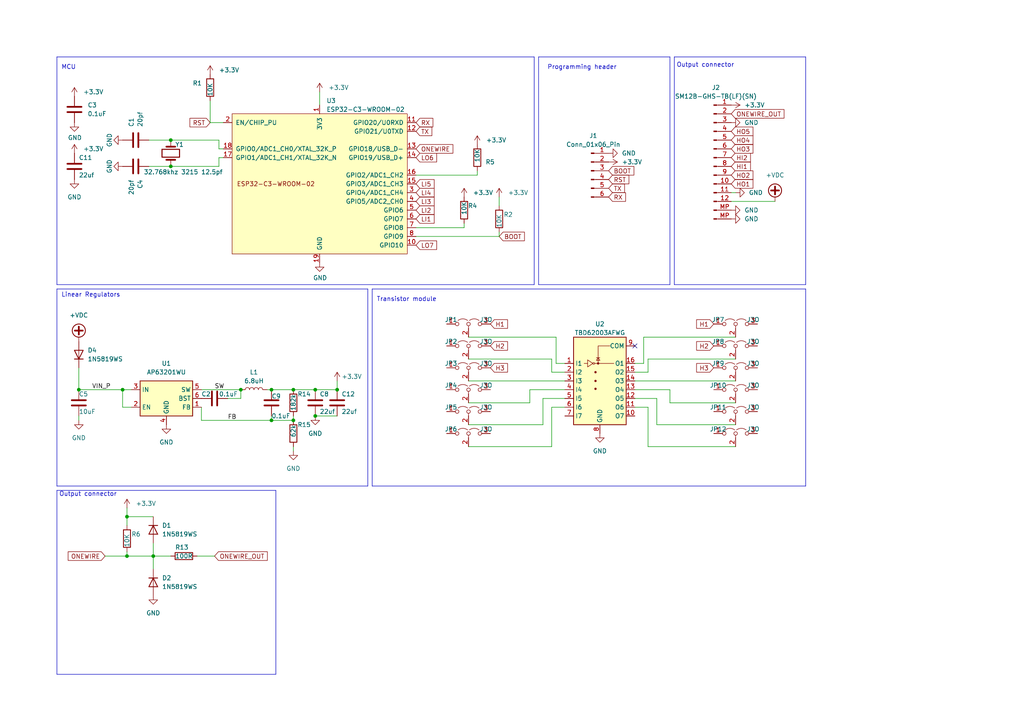
<source format=kicad_sch>
(kicad_sch (version 20230121) (generator eeschema)
  (paper "A4")
  (title_block (title "uPLC-Digital") (date "2024-02-22") (rev "1.0.0") (company "Drawn by FNB") (comment 1 "Thanks to https://github.com/PricelessToolkit/ESPClicker for inspiration"))
  (lib_symbols
    (symbol "Device:L" (pin_numbers hide) (pin_names (offset 1.016) hide)
      (property "Reference" "L" (at -1.27 0 90))
      (property "Value" "L" (at 1.905 0 90))
      (symbol "L_0_1"
        (arc (start 0 -2.54) (mid 0.6323 -1.905) (end 0 -1.27))
        (arc (start 0 -1.27) (mid 0.6323 -0.635) (end 0 0))
        (arc (start 0 0) (mid 0.6323 0.635) (end 0 1.27))
        (arc (start 0 1.27) (mid 0.6323 1.905) (end 0 2.54))
      )
      (symbol "L_1_1"
        (pin passive line (at 0 3.81 270) (length 1.27) (name "1") (number "1"))
        (pin passive line (at 0 -3.81 90) (length 1.27) (name "2") (number "2"))
      )
    )
    (symbol "Jumper:Jumper_3_Open" (pin_names (offset 0) hide)
      (property "Reference" "JP" (at -2.54 -2.54 0))
      (property "Value" "Jumper_3_Open" (at 0 2.794 0))
      (symbol "Jumper_3_Open_0_0"
        (circle (center -3.302 0) (radius 0.508))
        (circle (center 0 0) (radius 0.508))
        (circle (center 3.302 0) (radius 0.508))
      )
      (symbol "Jumper_3_Open_0_1"
        (arc (start -0.254 1.016) (mid -1.651 1.4992) (end -3.048 1.016))
        (polyline (pts (xy 0 -0.508) (xy 0 -1.27)))
        (arc (start 3.048 1.016) (mid 1.651 1.4992) (end 0.254 1.016))
      )
      (symbol "Jumper_3_Open_1_1"
        (pin passive line (at -6.35 0 0) (length 2.54) (name "A") (number "1"))
        (pin passive line (at 0 -3.81 90) (length 2.54) (name "C") (number "2"))
        (pin passive line (at 6.35 0 180) (length 2.54) (name "B") (number "3"))
      )
    )
    (symbol "Library:1N4148WS" (pin_numbers hide) (pin_names hide)
      (property "Reference" "D" (at 0 2.54 0))
      (property "Value" "1N4148WS" (at 0 -2.54 0))
      (symbol "1N4148WS_0_1"
        (polyline (pts (xy -1.27 1.27) (xy -1.27 -1.27)) (stroke (width 0.254)))
        (polyline (pts (xy 1.27 0) (xy -1.27 0)))
        (polyline (pts (xy 1.27 1.27) (xy 1.27 -1.27) (xy -1.27 0) (xy 1.27 1.27)) (stroke (width 0.254)))
      )
      (symbol "1N4148WS_1_1"
        (pin passive line (at -3.81 0 0) (length 2.54) (name "K") (number "1"))
        (pin passive line (at 3.81 0 180) (length 2.54) (name "A") (number "2"))
      )
    )
    (symbol "Library:C" (pin_numbers hide) (pin_names (offset 0.254))
      (property "Reference" "C" (at 0.635 2.54 0))
      (property "Value" "C" (at 0.635 -2.54 0))
      (symbol "C_0_1"
        (polyline (pts (xy -2.032 -0.762) (xy 2.032 -0.762)) (stroke (width 0.508)))
        (polyline (pts (xy -2.032 0.762) (xy 2.032 0.762)) (stroke (width 0.508)))
      )
      (symbol "C_1_1"
        (pin passive line (at 0 3.81 270) (length 2.794) (name "~") (number "1"))
        (pin passive line (at 0 -3.81 90) (length 2.794) (name "~") (number "2"))
      )
    )
    (symbol "Library:Conn_01x06_Pin" (pin_names (offset 1.016) hide)
      (property "Reference" "J" (at 0 7.62 0))
      (property "Value" "Conn_01x06_Pin" (at 0 -10.16 0))
      (symbol "Conn_01x06_Pin_1_1"
        (polyline (pts (xy 1.27 -7.62) (xy 0.8636 -7.62)) (stroke (width 0.1524)))
        (polyline (pts (xy 1.27 -5.08) (xy 0.8636 -5.08)) (stroke (width 0.1524)))
        (polyline (pts (xy 1.27 -2.54) (xy 0.8636 -2.54)) (stroke (width 0.1524)))
        (polyline (pts (xy 1.27 0) (xy 0.8636 0)) (stroke (width 0.1524)))
        (polyline (pts (xy 1.27 2.54) (xy 0.8636 2.54)) (stroke (width 0.1524)))
        (polyline (pts (xy 1.27 5.08) (xy 0.8636 5.08)) (stroke (width 0.1524)))
        (rectangle (start 0.8636 -7.493) (end 0 -7.747) (stroke (width 0.1524)) (fill (type outline)))
        (rectangle (start 0.8636 -4.953) (end 0 -5.207) (stroke (width 0.1524)) (fill (type outline)))
        (rectangle (start 0.8636 -2.413) (end 0 -2.667) (stroke (width 0.1524)) (fill (type outline)))
        (rectangle (start 0.8636 0.127) (end 0 -0.127) (stroke (width 0.1524)) (fill (type outline)))
        (rectangle (start 0.8636 2.667) (end 0 2.413) (stroke (width 0.1524)) (fill (type outline)))
        (rectangle (start 0.8636 5.207) (end 0 4.953) (stroke (width 0.1524)) (fill (type outline)))
        (pin passive line (at 5.08 5.08 180) (length 3.81) (name "Pin_1") (number "1"))
        (pin passive line (at 5.08 2.54 180) (length 3.81) (name "Pin_2") (number "2"))
        (pin passive line (at 5.08 0 180) (length 3.81) (name "Pin_3") (number "3"))
        (pin passive line (at 5.08 -2.54 180) (length 3.81) (name "Pin_4") (number "4"))
        (pin passive line (at 5.08 -5.08 180) (length 3.81) (name "Pin_5") (number "5"))
        (pin passive line (at 5.08 -7.62 180) (length 3.81) (name "Pin_6") (number "6"))
      )
    )
    (symbol "Library:Conn_01x14_Pin" (pin_names (offset 1.016) hide)
      (property "Reference" "J" (at 0 17.78 0))
      (property "Value" "Conn_01x14_Pin" (at 0 -20.32 0))
      (symbol "Conn_01x14_Pin_1_1"
        (polyline (pts (xy 1.27 -17.78) (xy 0.8636 -17.78)) (stroke (width 0.1524)))
        (polyline (pts (xy 1.27 -15.24) (xy 0.8636 -15.24)) (stroke (width 0.1524)))
        (polyline (pts (xy 1.27 -12.7) (xy 0.8636 -12.7)) (stroke (width 0.1524)))
        (polyline (pts (xy 1.27 -10.16) (xy 0.8636 -10.16)) (stroke (width 0.1524)))
        (polyline (pts (xy 1.27 -7.62) (xy 0.8636 -7.62)) (stroke (width 0.1524)))
        (polyline (pts (xy 1.27 -5.08) (xy 0.8636 -5.08)) (stroke (width 0.1524)))
        (polyline (pts (xy 1.27 -2.54) (xy 0.8636 -2.54)) (stroke (width 0.1524)))
        (polyline (pts (xy 1.27 0) (xy 0.8636 0)) (stroke (width 0.1524)))
        (polyline (pts (xy 1.27 2.54) (xy 0.8636 2.54)) (stroke (width 0.1524)))
        (polyline (pts (xy 1.27 5.08) (xy 0.8636 5.08)) (stroke (width 0.1524)))
        (polyline (pts (xy 1.27 7.62) (xy 0.8636 7.62)) (stroke (width 0.1524)))
        (polyline (pts (xy 1.27 10.16) (xy 0.8636 10.16)) (stroke (width 0.1524)))
        (polyline (pts (xy 1.27 12.7) (xy 0.8636 12.7)) (stroke (width 0.1524)))
        (polyline (pts (xy 1.27 15.24) (xy 0.8636 15.24)) (stroke (width 0.1524)))
        (rectangle (start 0.8636 -17.653) (end 0 -17.907) (stroke (width 0.1524)) (fill (type outline)))
        (rectangle (start 0.8636 -15.113) (end 0 -15.367) (stroke (width 0.1524)) (fill (type outline)))
        (rectangle (start 0.8636 -12.573) (end 0 -12.827) (stroke (width 0.1524)) (fill (type outline)))
        (rectangle (start 0.8636 -10.033) (end 0 -10.287) (stroke (width 0.1524)) (fill (type outline)))
        (rectangle (start 0.8636 -7.493) (end 0 -7.747) (stroke (width 0.1524)) (fill (type outline)))
        (rectangle (start 0.8636 -4.953) (end 0 -5.207) (stroke (width 0.1524)) (fill (type outline)))
        (rectangle (start 0.8636 -2.413) (end 0 -2.667) (stroke (width 0.1524)) (fill (type outline)))
        (rectangle (start 0.8636 0.127) (end 0 -0.127) (stroke (width 0.1524)) (fill (type outline)))
        (rectangle (start 0.8636 2.667) (end 0 2.413) (stroke (width 0.1524)) (fill (type outline)))
        (rectangle (start 0.8636 5.207) (end 0 4.953) (stroke (width 0.1524)) (fill (type outline)))
        (rectangle (start 0.8636 7.747) (end 0 7.493) (stroke (width 0.1524)) (fill (type outline)))
        (rectangle (start 0.8636 10.287) (end 0 10.033) (stroke (width 0.1524)) (fill (type outline)))
        (rectangle (start 0.8636 12.827) (end 0 12.573) (stroke (width 0.1524)) (fill (type outline)))
        (rectangle (start 0.8636 15.367) (end 0 15.113) (stroke (width 0.1524)) (fill (type outline)))
        (pin passive line (at 5.08 15.24 180) (length 3.81) (name "Pin_1") (number "1"))
        (pin passive line (at 5.08 -7.62 180) (length 3.81) (name "Pin_10") (number "10"))
        (pin passive line (at 5.08 -10.16 180) (length 3.81) (name "Pin_11") (number "11"))
        (pin passive line (at 5.08 -12.7 180) (length 3.81) (name "Pin_12") (number "12"))
        (pin passive line (at 5.08 12.7 180) (length 3.81) (name "Pin_2") (number "2"))
        (pin passive line (at 5.08 10.16 180) (length 3.81) (name "Pin_3") (number "3"))
        (pin passive line (at 5.08 7.62 180) (length 3.81) (name "Pin_4") (number "4"))
        (pin passive line (at 5.08 5.08 180) (length 3.81) (name "Pin_5") (number "5"))
        (pin passive line (at 5.08 2.54 180) (length 3.81) (name "Pin_6") (number "6"))
        (pin passive line (at 5.08 0 180) (length 3.81) (name "Pin_7") (number "7"))
        (pin passive line (at 5.08 -2.54 180) (length 3.81) (name "Pin_8") (number "8"))
        (pin passive line (at 5.08 -5.08 180) (length 3.81) (name "Pin_9") (number "9"))
        (pin passive line (at 5.08 -15.24 180) (length 3.81) (name "Pin_13") (number "MP"))
        (pin passive line (at 5.08 -17.78 180) (length 3.81) (name "Pin_14") (number "MP"))
      )
    )
    (symbol "Library:Crystal" (pin_numbers hide) (pin_names (offset 1.016) hide)
      (property "Reference" "Y" (at 0 3.81 0))
      (property "Value" "Crystal" (at 0 -3.81 0))
      (symbol "Crystal_0_1"
        (rectangle (start -1.143 2.54) (end 1.143 -2.54) (stroke (width 0.3048)))
        (polyline (pts (xy -2.54 0) (xy -1.905 0)))
        (polyline (pts (xy -1.905 -1.27) (xy -1.905 1.27)) (stroke (width 0.508)))
        (polyline (pts (xy 1.905 -1.27) (xy 1.905 1.27)) (stroke (width 0.508)))
        (polyline (pts (xy 2.54 0) (xy 1.905 0)))
      )
      (symbol "Crystal_1_1"
        (pin passive line (at -3.81 0 0) (length 1.27) (name "1") (number "1"))
        (pin passive line (at 3.81 0 180) (length 1.27) (name "2") (number "2"))
      )
    )
    (symbol "Library:ESP32-C3-WROOM-02" (pin_names (offset 1.016))
      (property "Reference" "U" (at -25.4 25.4 0))
      (property "Value" "ESP32-C3-WROOM-02" (at -25.4 22.86 0))
      (symbol "ESP32-C3-WROOM-02_0_0"
        (text "ESP32-C3-WROOM-02" (at -12.7 0 0) (effects (font (size 1.27 1.27))))
      )
      (symbol "ESP32-C3-WROOM-02_0_1"
        (rectangle (start 25.4 20.32) (end -25.4 -20.32) (fill (type background)))
      )
      (symbol "ESP32-C3-WROOM-02_1_1"
        (pin power_in line (at 0 22.86 270) (length 2.54) (name "3V3") (number "1"))
        (pin bidirectional line (at 27.94 -17.78 180) (length 2.54) (name "GPIO10") (number "10"))
        (pin bidirectional line (at 27.94 17.78 180) (length 2.54) (name "GPIO20/U0RXD") (number "11"))
        (pin bidirectional line (at 27.94 15.24 180) (length 2.54) (name "GPIO21/U0TXD") (number "12"))
        (pin bidirectional line (at 27.94 10.16 180) (length 2.54) (name "GPIO18/USB_D-") (number "13"))
        (pin bidirectional line (at 27.94 7.62 180) (length 2.54) (name "GPIO19/USB_D+") (number "14"))
        (pin bidirectional line (at 27.94 0 180) (length 2.54) (name "GPIO3/ADC1_CH3") (number "15"))
        (pin bidirectional line (at 27.94 2.54 180) (length 2.54) (name "GPIO2/ADC1_CH2") (number "16"))
        (pin bidirectional line (at -27.94 7.62 0) (length 2.54) (name "GPIO1/ADC1_CH1/XTAL_32K_N") (number "17"))
        (pin bidirectional line (at -27.94 10.16 0) (length 2.54) (name "GPIO0/ADC1_CH0/XTAL_32K_P") (number "18"))
        (pin power_in line (at 0 -22.86 90) (length 2.54) (name "GND") (number "19"))
        (pin input line (at -27.94 17.78 0) (length 2.54) (name "EN/CHIP_PU") (number "2"))
        (pin bidirectional line (at 27.94 -2.54 180) (length 2.54) (name "GPIO4/ADC1_CH4") (number "3"))
        (pin bidirectional line (at 27.94 -5.08 180) (length 2.54) (name "GPIO5/ADC2_CH0") (number "4"))
        (pin bidirectional line (at 27.94 -7.62 180) (length 2.54) (name "GPIO6") (number "5"))
        (pin bidirectional line (at 27.94 -10.16 180) (length 2.54) (name "GPIO7") (number "6"))
        (pin bidirectional line (at 27.94 -12.7 180) (length 2.54) (name "GPIO8") (number "7"))
        (pin bidirectional line (at 27.94 -15.24 180) (length 2.54) (name "GPIO9") (number "8"))
        (pin passive line (at 0 -22.86 90) (length 2.54) hide (name "GND") (number "9"))
      )
    )
    (symbol "Library:R" (pin_numbers hide) (pin_names (offset 0))
      (property "Reference" "R" (at 2.032 0 90))
      (property "Value" "R" (at 0 0 90))
      (symbol "R_0_1"
        (rectangle (start -1.016 -2.54) (end 1.016 2.54) (stroke (width 0.254)))
      )
      (symbol "R_1_1"
        (pin passive line (at 0 3.81 270) (length 1.27) (name "~") (number "1"))
        (pin passive line (at 0 -3.81 90) (length 1.27) (name "~") (number "2"))
      )
    )
    (symbol "Regulator_Switching:AP63201WU"
      (property "Reference" "U" (at -7.62 6.35 0))
      (property "Value" "AP63201WU" (at 2.54 6.35 0))
      (symbol "AP63201WU_0_1"
        (rectangle (start -7.62 5.08) (end 7.62 -5.08) (stroke (width 0.254)) (fill (type background)))
      )
      (symbol "AP63201WU_1_1"
        (pin input line (at 10.16 -2.54 180) (length 2.54) (name "FB") (number "1"))
        (pin input line (at -10.16 -2.54 0) (length 2.54) (name "EN") (number "2"))
        (pin power_in line (at -10.16 2.54 0) (length 2.54) (name "IN") (number "3"))
        (pin power_in line (at 0 -7.62 90) (length 2.54) (name "GND") (number "4"))
        (pin output line (at 10.16 2.54 180) (length 2.54) (name "SW") (number "5"))
        (pin passive line (at 10.16 0 180) (length 2.54) (name "BST") (number "6"))
      )
    )
    (symbol "esprelay:ULN2003A"
      (property "Reference" "U" (at 0 15.875 0))
      (property "Value" "ULN2003A" (at 0 13.97 0))
      (symbol "ULN2003A_0_1"
        (rectangle (start -7.62 -12.7) (end 7.62 12.7) (stroke (width 0.254)) (fill (type background)))
        (circle (center -1.778 5.08) (radius 0.254))
        (circle (center -1.27 -2.286) (radius 0.254) (fill (type outline)))
        (circle (center -1.27 0) (radius 0.254) (fill (type outline)))
        (circle (center -1.27 2.54) (radius 0.254) (fill (type outline)))
        (circle (center -0.508 5.08) (radius 0.254) (fill (type outline)))
        (polyline (pts (xy -4.572 5.08) (xy -3.556 5.08)))
        (polyline (pts (xy -1.524 5.08) (xy 4.064 5.08)))
        (polyline (pts (xy 0 6.731) (xy -1.016 6.731)))
        (polyline (pts (xy -0.508 5.08) (xy -0.508 10.16) (xy 2.921 10.16)))
        (polyline (pts (xy -3.556 6.096) (xy -3.556 4.064) (xy -2.032 5.08) (xy -3.556 6.096)))
        (polyline (pts (xy 0 5.969) (xy -1.016 5.969) (xy -0.508 6.731) (xy 0 5.969)))
      )
      (symbol "ULN2003A_1_1"
        (pin input line (at -10.16 5.08 0) (length 2.54) (name "I1") (number "1"))
        (pin open_collector line (at 10.16 -10.16 180) (length 2.54) (name "O7") (number "10"))
        (pin open_collector line (at 10.16 -7.62 180) (length 2.54) (name "O6") (number "11"))
        (pin open_collector line (at 10.16 -5.08 180) (length 2.54) (name "O5") (number "12"))
        (pin open_collector line (at 10.16 -2.54 180) (length 2.54) (name "O4") (number "13"))
        (pin open_collector line (at 10.16 0 180) (length 2.54) (name "O3") (number "14"))
        (pin open_collector line (at 10.16 2.54 180) (length 2.54) (name "O2") (number "15"))
        (pin open_collector line (at 10.16 5.08 180) (length 2.54) (name "O1") (number "16"))
        (pin input line (at -10.16 2.54 0) (length 2.54) (name "I2") (number "2"))
        (pin input line (at -10.16 0 0) (length 2.54) (name "I3") (number "3"))
        (pin input line (at -10.16 -2.54 0) (length 2.54) (name "I4") (number "4"))
        (pin input line (at -10.16 -5.08 0) (length 2.54) (name "I5") (number "5"))
        (pin input line (at -10.16 -7.62 0) (length 2.54) (name "I6") (number "6"))
        (pin input line (at -10.16 -10.16 0) (length 2.54) (name "I7") (number "7"))
        (pin power_in line (at 0 -15.24 90) (length 2.54) (name "GND") (number "8"))
        (pin passive line (at 10.16 10.16 180) (length 2.54) (name "COM") (number "9"))
      )
    )
    (symbol "power:+3.3V" (power) (pin_names (offset 0))
      (property "Value" "+3.3V" (at 0 3.556 0))
      (symbol "+3.3V_0_1"
        (polyline (pts (xy -0.762 1.27) (xy 0 2.54)))
        (polyline (pts (xy 0 0) (xy 0 2.54)))
        (polyline (pts (xy 0 2.54) (xy 0.762 1.27)))
      )
      (symbol "+3.3V_1_1"
        (pin power_in line (at 0 0 90) (length 0) hide (name "+3.3V") (number "1"))
      )
    )
    (symbol "power:+VDC" (power) (pin_names (offset 0))
      (property "Value" "+VDC" (at 0 6.35 0))
      (symbol "+VDC_0_1"
        (polyline (pts (xy -1.143 3.175) (xy 1.143 3.175)) (stroke (width 0.508)))
        (polyline (pts (xy 0 0) (xy 0 1.27)))
        (polyline (pts (xy 0 2.032) (xy 0 4.318)) (stroke (width 0.508)))
        (circle (center 0 3.175) (radius 1.905) (stroke (width 0.254)))
      )
      (symbol "+VDC_1_1"
        (pin power_in line (at 0 0 90) (length 0) hide (name "+VDC") (number "1"))
      )
    )
    (symbol "power:GND" (power) (pin_names (offset 0))
      (property "Value" "GND" (at 0 -3.81 0))
      (symbol "GND_0_1"
        (polyline (pts (xy 0 0) (xy 0 -1.27) (xy 1.27 -1.27) (xy 0 -2.54) (xy -1.27 -1.27) (xy 0 -1.27)))
      )
      (symbol "GND_1_1"
        (pin power_in line (at 0 0 270) (length 0) hide (name "GND") (number "1"))
      )
    )
  )
  (junction (at 91.44 113.03))
  (junction (at 49.53 40.64))
  (junction (at 69.85 113.03))
  (junction (at 91.44 120.65))
  (junction (at 78.74 113.03))
  (junction (at 78.74 121.92))
  (junction (at 36.83 161.29))
  (junction (at 85.09 121.92))
  (junction (at 85.09 113.03))
  (junction (at 97.79 113.03))
  (junction (at 35.56 113.03))
  (junction (at 36.83 149.86))
  (junction (at 49.53 48.26))
  (junction (at 22.86 113.03))
  (junction (at 44.45 161.29))
  (no_connect (at 184.15 100.33))
  (wire (pts (xy 44.45 165.1) (xy 44.45 161.29)))
  (wire (pts (xy 138.43 49.53) (xy 138.43 50.8)))
  (polyline (pts (xy 154.94 16.51) (xy 154.94 82.55)))
  (wire (pts (xy 36.83 161.29) (xy 30.48 161.29)))
  (wire (pts (xy 36.83 149.86) (xy 44.45 149.86)))
  (wire (pts (xy 63.5 48.26) (xy 63.5 45.72)))
  (wire (pts (xy 49.53 161.29) (xy 44.45 161.29)))
  (wire (pts (xy 213.36 116.84) (xy 194.31 116.84)))
  (polyline (pts (xy 156.21 16.51) (xy 156.21 82.55)))
  (wire (pts (xy 78.74 120.65) (xy 78.74 121.92)))
  (wire (pts (xy 187.96 129.54) (xy 187.96 118.11)))
  (wire (pts (xy 35.56 118.11) (xy 35.56 113.03)))
  (wire (pts (xy 58.42 121.92) (xy 58.42 118.11)))
  (wire (pts (xy 63.5 45.72) (xy 64.77 45.72)))
  (wire (pts (xy 194.31 113.03) (xy 184.15 113.03)))
  (wire (pts (xy 78.74 121.92) (xy 85.09 121.92)))
  (wire (pts (xy 22.86 113.03) (xy 35.56 113.03)))
  (wire (pts (xy 36.83 160.02) (xy 36.83 161.29)))
  (wire (pts (xy 153.67 113.03) (xy 163.83 113.03)))
  (wire (pts (xy 160.02 107.95) (xy 163.83 107.95)))
  (polyline (pts (xy 154.94 82.55) (xy 16.51 82.55)))
  (polyline (pts (xy 233.68 16.51) (xy 233.68 82.55)))
  (wire (pts (xy 213.36 97.79) (xy 186.69 97.79)))
  (wire (pts (xy 157.48 123.19) (xy 157.48 115.57)))
  (wire (pts (xy 49.53 48.26) (xy 63.5 48.26)))
  (wire (pts (xy 22.86 106.68) (xy 22.86 113.03)))
  (wire (pts (xy 69.85 115.57) (xy 66.04 115.57)))
  (polyline (pts (xy 156.21 82.55) (xy 194.31 82.55)))
  (wire (pts (xy 213.36 123.19) (xy 190.5 123.19)))
  (wire (pts (xy 91.44 113.03) (xy 85.09 113.03)))
  (wire (pts (xy 91.44 113.03) (xy 97.79 113.03)))
  (polyline (pts (xy 106.68 83.82) (xy 16.51 83.82)))
  (wire (pts (xy 194.31 116.84) (xy 194.31 113.03)))
  (wire (pts (xy 157.48 115.57) (xy 163.83 115.57)))
  (wire (pts (xy 135.89 123.19) (xy 157.48 123.19)))
  (wire (pts (xy 160.02 104.14) (xy 160.02 107.95)))
  (polyline (pts (xy 106.68 83.82) (xy 106.68 140.97)))
  (wire (pts (xy 58.42 113.03) (xy 69.85 113.03)))
  (wire (pts (xy 135.89 97.79) (xy 161.29 97.79)))
  (polyline (pts (xy 80.01 142.24) (xy 16.51 142.24)))
  (wire (pts (xy 186.69 97.79) (xy 186.69 105.41)))
  (wire (pts (xy 60.96 35.56) (xy 64.77 35.56)))
  (wire (pts (xy 36.83 161.29) (xy 44.45 161.29)))
  (wire (pts (xy 85.09 121.92) (xy 85.09 120.65)))
  (wire (pts (xy 213.36 104.14) (xy 187.96 104.14)))
  (wire (pts (xy 38.1 118.11) (xy 35.56 118.11)))
  (polyline (pts (xy 233.68 82.55) (xy 195.58 82.55)))
  (wire (pts (xy 134.62 64.77) (xy 134.62 66.04)))
  (polyline (pts (xy 154.94 16.51) (xy 16.51 16.51)))
  (wire (pts (xy 62.23 161.29) (xy 57.15 161.29)))
  (wire (pts (xy 190.5 115.57) (xy 184.15 115.57)))
  (polyline (pts (xy 233.68 140.97) (xy 107.95 140.97)))
  (wire (pts (xy 120.65 66.04) (xy 134.62 66.04)))
  (wire (pts (xy 97.79 110.49) (xy 97.79 113.03)))
  (wire (pts (xy 63.5 43.18) (xy 63.5 40.64)))
  (wire (pts (xy 212.09 55.88) (xy 213.36 55.88)))
  (wire (pts (xy 120.65 50.8) (xy 138.43 50.8)))
  (polyline (pts (xy 195.58 16.51) (xy 195.58 82.55)))
  (wire (pts (xy 43.18 40.64) (xy 49.53 40.64)))
  (polyline (pts (xy 80.01 195.58) (xy 16.51 195.58)))
  (wire (pts (xy 135.89 110.49) (xy 163.83 110.49)))
  (wire (pts (xy 43.18 48.26) (xy 49.53 48.26)))
  (wire (pts (xy 135.89 129.54) (xy 160.02 129.54)))
  (wire (pts (xy 78.74 113.03) (xy 77.47 113.03)))
  (polyline (pts (xy 80.01 142.24) (xy 80.01 195.58)))
  (wire (pts (xy 144.78 68.58) (xy 144.78 67.31)))
  (wire (pts (xy 135.89 104.14) (xy 160.02 104.14)))
  (polyline (pts (xy 194.31 16.51) (xy 156.21 16.51)))
  (wire (pts (xy 35.56 113.03) (xy 38.1 113.03)))
  (wire (pts (xy 161.29 105.41) (xy 163.83 105.41)))
  (polyline (pts (xy 233.68 83.82) (xy 233.68 140.97)))
  (wire (pts (xy 160.02 129.54) (xy 160.02 118.11)))
  (wire (pts (xy 213.36 110.49) (xy 184.15 110.49)))
  (polyline (pts (xy 233.68 16.51) (xy 195.58 16.51)))
  (wire (pts (xy 160.02 118.11) (xy 163.83 118.11)))
  (wire (pts (xy 49.53 40.64) (xy 63.5 40.64)))
  (wire (pts (xy 64.77 43.18) (xy 63.5 43.18)))
  (wire (pts (xy 212.09 58.42) (xy 224.79 58.42)))
  (wire (pts (xy 144.78 57.15) (xy 144.78 59.69)))
  (wire (pts (xy 213.36 129.54) (xy 187.96 129.54)))
  (wire (pts (xy 92.71 26.67) (xy 92.71 30.48)))
  (wire (pts (xy 161.29 97.79) (xy 161.29 105.41)))
  (wire (pts (xy 69.85 113.03) (xy 69.85 115.57)))
  (wire (pts (xy 187.96 107.95) (xy 184.15 107.95)))
  (wire (pts (xy 187.96 118.11) (xy 184.15 118.11)))
  (wire (pts (xy 144.78 68.58) (xy 120.65 68.58)))
  (wire (pts (xy 78.74 113.03) (xy 85.09 113.03)))
  (wire (pts (xy 85.09 129.54) (xy 85.09 130.81)))
  (wire (pts (xy 190.5 123.19) (xy 190.5 115.57)))
  (polyline (pts (xy 106.68 140.97) (xy 16.51 140.97)))
  (polyline (pts (xy 194.31 82.55) (xy 194.31 16.51)))
  (polyline (pts (xy 107.95 83.82) (xy 107.95 140.97)))
  (wire (pts (xy 58.42 121.92) (xy 78.74 121.92)))
  (wire (pts (xy 36.83 147.32) (xy 36.83 149.86)))
  (polyline (pts (xy 16.51 83.82) (xy 16.51 140.97)))
  (wire (pts (xy 44.45 161.29) (xy 44.45 157.48)))
  (polyline (pts (xy 16.51 16.51) (xy 16.51 82.55)))
  (wire (pts (xy 22.86 121.92) (xy 22.86 120.65)))
  (wire (pts (xy 153.67 116.84) (xy 153.67 113.03)))
  (polyline (pts (xy 16.51 142.24) (xy 16.51 195.58)))
  (wire (pts (xy 36.83 149.86) (xy 36.83 152.4)))
  (wire (pts (xy 60.96 35.56) (xy 60.96 29.21)))
  (wire (pts (xy 91.44 120.65) (xy 97.79 120.65)))
  (wire (pts (xy 187.96 104.14) (xy 187.96 107.95)))
  (wire (pts (xy 135.89 116.84) (xy 153.67 116.84)))
  (wire (pts (xy 186.69 105.41) (xy 184.15 105.41)))
  (polyline (pts (xy 233.68 83.82) (xy 107.95 83.82)))
  (text "Transistor module" (at 109.22 87.63 0) (effects (font (size 1.27 1.27)) (justify left bottom)))
  (text "Linear Regulators" (at 17.78 86.36 0) (effects (font (size 1.27 1.27)) (justify left bottom)))
  (text "MCU\n" (at 17.78 20.32 0) (effects (font (size 1.27 1.27)) (justify left bottom)))
  (text "Output connector" (at 196.215 19.685 0) (effects (font (size 1.27 1.27)) (justify left bottom)))
  (text "Programming header" (at 158.75 20.32 0) (effects (font (size 1.27 1.27)) (justify left bottom)))
  (text "Output connector" (at 17.145 144.145 0) (effects (font (size 1.27 1.27)) (justify left bottom)))
  (label "FB" (at 66.04 121.92 0))
  (label "SW" (at 62.23 113.03 0))
  (label "VIN_P" (at 26.67 113.03 0))
  (global_label "ONEWIRE" (shape input) (at 120.65 43.18 0) (property "Intersheetrefs" "${INTERSHEET_REFS}" (effects hide)))
  (global_label "TX" (shape input) (at 120.65 38.1 0) (property "Intersheetrefs" "${INTERSHEET_REFS}" (effects hide)))
  (global_label "HI2" (shape input) (at 212.09 45.72 0) (property "Intersheetrefs" "${INTERSHEET_REFS}" (effects hide)))
  (global_label "LI4" (shape input) (at 120.65 55.88 0) (property "Intersheetrefs" "${INTERSHEET_REFS}" (effects hide)))
  (global_label "LI5" (shape input) (at 120.65 53.34 0) (property "Intersheetrefs" "${INTERSHEET_REFS}" (effects hide)))
  (global_label "HO4" (shape input) (at 212.09 40.64 0) (property "Intersheetrefs" "${INTERSHEET_REFS}" (effects hide)))
  (global_label "ONEWIRE" (shape input) (at 30.48 161.29 180) (property "Intersheetrefs" "${INTERSHEET_REFS}" (effects hide)))
  (global_label "HI1" (shape input) (at 212.09 48.26 0) (property "Intersheetrefs" "${INTERSHEET_REFS}" (effects hide)))
  (global_label "TX" (shape input) (at 176.53 54.61 0) (property "Intersheetrefs" "${INTERSHEET_REFS}" (effects hide)))
  (global_label "H3" (shape input) (at 142.24 106.68 0) (property "Intersheetrefs" "${INTERSHEET_REFS}" (effects hide)))
  (global_label "HO1" (shape input) (at 212.09 53.34 0) (property "Intersheetrefs" "${INTERSHEET_REFS}" (effects hide)))
  (global_label "BOOT" (shape input) (at 144.78 68.58 0) (property "Intersheetrefs" "${INTERSHEET_REFS}" (effects hide)))
  (global_label "RX" (shape input) (at 176.53 57.15 0) (property "Intersheetrefs" "${INTERSHEET_REFS}" (effects hide)))
  (global_label "ONEWIRE_OUT" (shape input) (at 62.23 161.29 0) (property "Intersheetrefs" "${INTERSHEET_REFS}" (effects hide)))
  (global_label "LO7" (shape input) (at 120.65 71.12 0) (property "Intersheetrefs" "${INTERSHEET_REFS}" (effects hide)))
  (global_label "RST" (shape input) (at 176.53 52.07 0) (property "Intersheetrefs" "${INTERSHEET_REFS}" (effects hide)))
  (global_label "H2" (shape input) (at 142.24 100.33 0) (property "Intersheetrefs" "${INTERSHEET_REFS}" (effects hide)))
  (global_label "HO5" (shape input) (at 212.09 38.1 0) (property "Intersheetrefs" "${INTERSHEET_REFS}" (effects hide)))
  (global_label "RX" (shape input) (at 120.65 35.56 0) (property "Intersheetrefs" "${INTERSHEET_REFS}" (effects hide)))
  (global_label "LI3" (shape input) (at 120.65 58.42 0) (property "Intersheetrefs" "${INTERSHEET_REFS}" (effects hide)))
  (global_label "LI1" (shape input) (at 120.65 63.5 0) (property "Intersheetrefs" "${INTERSHEET_REFS}" (effects hide)))
  (global_label "RST" (shape input) (at 60.96 35.56 180) (property "Intersheetrefs" "${INTERSHEET_REFS}" (effects hide)))
  (global_label "H1" (shape input) (at 207.01 93.98 180) (property "Intersheetrefs" "${INTERSHEET_REFS}" (effects hide)))
  (global_label "HO3" (shape input) (at 212.09 43.18 0) (property "Intersheetrefs" "${INTERSHEET_REFS}" (effects hide)))
  (global_label "HO2" (shape input) (at 212.09 50.8 0) (property "Intersheetrefs" "${INTERSHEET_REFS}" (effects hide)))
  (global_label "ONEWIRE_OUT" (shape input) (at 212.09 33.02 0) (property "Intersheetrefs" "${INTERSHEET_REFS}" (effects hide)))
  (global_label "H1" (shape input) (at 142.24 93.98 0) (property "Intersheetrefs" "${INTERSHEET_REFS}" (effects hide)))
  (global_label "BOOT" (shape input) (at 176.53 49.53 0) (property "Intersheetrefs" "${INTERSHEET_REFS}" (effects hide)))
  (global_label "LO6" (shape input) (at 120.65 45.72 0) (property "Intersheetrefs" "${INTERSHEET_REFS}" (effects hide)))
  (global_label "LI2" (shape input) (at 120.65 60.96 0) (property "Intersheetrefs" "${INTERSHEET_REFS}" (effects hide)))
  (global_label "H3" (shape input) (at 207.01 106.68 180) (property "Intersheetrefs" "${INTERSHEET_REFS}" (effects hide)))
  (global_label "H2" (shape input) (at 207.01 100.33 180) (property "Intersheetrefs" "${INTERSHEET_REFS}" (effects hide)))
  (symbol (lib_id "power:+3.3V") (at 92.71 26.67 0) (unit 1)
    (property "Reference" "#PWR023" (effects hide))
    (property "Value" "+3.3V" (at 95.25 25.3999 0) (effects (justify left)))
  )
  (symbol (lib_id "power:+3.3V") (at 36.83 147.32 0) (unit 1)
    (property "Reference" "#PWR012" (effects hide))
    (property "Value" "+3.3V" (at 39.37 146.0499 0) (effects (justify left)))
  )
  (symbol (lib_id "Library:C") (at 97.79 116.84 0) (unit 1)
    (property "Reference" "C12" (at 99.06 114.3 0) (effects (justify left)))
    (property "Value" "22uf" (at 99.06 119.38 0) (effects (justify left)))
    (property "Footprint" "Capacitor_SMD:C_0402_1005Metric" (effects hide))
    (property "LCSC Part #" "C415703" (effects hide))
  )
  (symbol (lib_id "power:GND") (at 35.56 48.26 270) (unit 1)
    (property "Reference" "#PWR010" (effects hide))
    (property "Value" "GND" (at 31.75 48.26 0))
  )
  (symbol (lib_id "Library:R") (at 138.43 45.72 180) (unit 1)
    (property "Reference" "R5" (at 143.51 46.99 0) (effects (justify left)))
    (property "Value" "10K" (at 138.43 43.18 90) (effects (justify left)))
    (property "Footprint" "Resistor_SMD:R_0402_1005Metric" (effects hide))
    (property "LCSC Part #" "C25744" (effects hide))
  )
  (symbol (lib_id "Library:ESP32-C3-WROOM-02") (at 92.71 53.34 0) (unit 1)
    (property "Reference" "U3" (at 94.6659 29.21 0) (effects (justify left)))
    (property "Value" "ESP32-C3-WROOM-02" (at 94.6659 31.75 0) (effects (justify left)))
    (property "Footprint" "PCM_Espressif:ESP32-C3-WROOM-02" (effects hide))
    (property "Datasheet" "https://www.espressif.com/sites/default/files/documentation/esp32-c3-wroom-02_datasheet_en.pdf" (effects hide))
    (property "LCSC Part #" "C2934560" (effects hide))
  )
  (symbol (lib_id "Library:C") (at 78.74 116.84 0) (unit 1)
    (property "Reference" "C9" (at 78.7681 114.9294 0) (effects (justify left)))
    (property "Value" "0.1uF" (at 78.74 120.65 0) (effects (justify left)))
    (property "Footprint" "Capacitor_SMD:C_0402_1005Metric" (effects hide))
    (property "LCSC Part #" "C307331" (effects hide))
  )
  (symbol (lib_id "power:GND") (at 48.26 123.19 0) (unit 1)
    (property "Reference" "#PWR06" (effects hide))
    (property "Value" "GND" (at 48.26 128.27 0))
  )
  (symbol (lib_id "Library:C") (at 39.37 48.26 270) (unit 1)
    (property "Reference" "C4" (at 40.64 52.07 0) (effects (justify left)))
    (property "Value" "20pf" (at 38.1 52.07 0) (effects (justify left)))
    (property "Footprint" "Capacitor_SMD:C_0402_1005Metric" (effects hide))
    (property "LCSC Part #" "C1554" (effects hide))
  )
  (symbol (lib_id "Library:R") (at 85.09 125.73 180) (unit 1)
    (property "Reference" "R15" (at 90.17 123.19 0) (effects (justify left)))
    (property "Value" "62k" (at 85.09 123.19 90) (effects (justify left)))
    (property "Footprint" "Resistor_SMD:R_0402_1005Metric" (effects hide))
    (property "LCSC Part #" "C137950" (effects hide))
  )
  (symbol (lib_id "power:+3.3V") (at 176.53 46.99 270) (unit 1)
    (property "Reference" "#PWR033" (effects hide))
    (property "Value" "+3.3V" (at 180.34 46.99 90) (effects (justify left)))
  )
  (symbol (lib_id "power:GND") (at 173.99 125.73 0) (unit 1)
    (property "Reference" "#PWR039" (effects hide))
    (property "Value" "GND" (at 173.99 130.81 0))
  )
  (symbol (lib_id "power:GND") (at 35.56 40.64 270) (unit 1)
    (property "Reference" "#PWR09" (effects hide))
    (property "Value" "GND" (at 31.75 40.64 0))
  )
  (symbol (lib_id "power:+3.3V") (at 134.62 57.15 0) (unit 1)
    (property "Reference" "#PWR020" (effects hide))
    (property "Value" "+3.3V" (at 137.16 55.8799 0) (effects (justify left)))
  )
  (symbol (lib_id "power:GND") (at 21.59 35.56 0) (unit 1)
    (property "Reference" "#PWR04" (effects hide))
    (property "Value" "GND" (at 21.717 39.9542 0))
  )
  (symbol (lib_id "Library:R") (at 36.83 156.21 0) (unit 1)
    (property "Reference" "R6" (at 38.1 154.94 0) (effects (justify left)))
    (property "Value" "10K" (at 36.83 158.75 90) (effects (justify left)))
    (property "Footprint" "Resistor_SMD:R_0402_1005Metric" (effects hide))
    (property "LCSC Part #" "C25744" (effects hide))
  )
  (symbol (lib_id "power:GND") (at 213.36 55.88 90) (unit 1)
    (property "Reference" "#PWR037" (effects hide))
    (property "Value" "GND" (at 217.17 55.88 90) (effects (justify right)))
  )
  (symbol (lib_id "power:GND") (at 85.09 130.81 0) (unit 1)
    (property "Reference" "#PWR015" (effects hide))
    (property "Value" "GND" (at 85.09 135.89 0))
  )
  (symbol (lib_id "Jumper:Jumper_3_Open") (at 213.36 113.03 0) (unit 1)
    (property "Reference" "JP10" (at 208.28 111.76 0))
    (property "Value" "J3O" (at 218.44 111.76 0))
    (property "Footprint" "Jumper:SolderJumper-3_P1.3mm_Open_Pad1.0x1.5mm_NumberLabels" (effects hide))
  )
  (symbol (lib_id "power:GND") (at 212.09 63.5 90) (unit 1)
    (property "Reference" "#PWR036" (effects hide))
    (property "Value" "GND" (at 215.9 63.5 90) (effects (justify right)))
  )
  (symbol (lib_id "Device:L") (at 73.66 113.03 90) (unit 1)
    (property "Reference" "L1" (at 73.66 107.95 90))
    (property "Value" "6.8uH" (at 73.66 110.49 90))
    (property "Footprint" "Inductor_SMD:L_1008_2520Metric" (effects hide))
    (property "LCSC Part #" "C98340" (effects hide))
  )
  (symbol (lib_id "Library:R") (at 53.34 161.29 270) (unit 1)
    (property "Reference" "R13" (at 50.8 158.75 90) (effects (justify left)))
    (property "Value" "100R" (at 50.8 161.29 90) (effects (justify left)))
    (property "Footprint" "Resistor_SMD:R_0402_1005Metric" (effects hide))
    (property "LCSC Part #" "C25076" (effects hide))
  )
  (symbol (lib_id "Jumper:Jumper_3_Open") (at 135.89 125.73 0) (unit 1)
    (property "Reference" "JP6" (at 130.81 124.46 0))
    (property "Value" "J3O" (at 140.97 124.46 0))
    (property "Footprint" "Jumper:SolderJumper-3_P1.3mm_Open_Pad1.0x1.5mm_NumberLabels" (effects hide))
  )
  (symbol (lib_id "power:GND") (at 212.09 35.56 90) (unit 1)
    (property "Reference" "#PWR05" (effects hide))
    (property "Value" "GND" (at 215.9 35.56 90) (effects (justify right)))
  )
  (symbol (lib_id "Jumper:Jumper_3_Open") (at 135.89 106.68 0) (unit 1)
    (property "Reference" "JP3" (at 130.81 105.41 0))
    (property "Value" "J3O" (at 140.97 105.41 0))
    (property "Footprint" "Jumper:SolderJumper-3_P1.3mm_Open_Pad1.0x1.5mm_NumberLabels" (effects hide))
  )
  (symbol (lib_id "Library:C") (at 39.37 40.64 90) (unit 1)
    (property "Reference" "C1" (at 38.1 36.83 0) (effects (justify left)))
    (property "Value" "20pf" (at 40.64 36.83 0) (effects (justify left)))
    (property "Footprint" "Capacitor_SMD:C_0402_1005Metric" (effects hide))
    (property "LCSC Part #" "C1554" (effects hide))
  )
  (symbol (lib_id "power:+3.3V") (at 21.59 44.45 0) (unit 1)
    (property "Reference" "#PWR027" (effects hide))
    (property "Value" "+3.3V" (at 24.13 43.1799 0) (effects (justify left)))
  )
  (symbol (lib_id "Jumper:Jumper_3_Open") (at 135.89 93.98 0) (unit 1)
    (property "Reference" "JP1" (at 130.81 92.71 0))
    (property "Value" "J3O" (at 140.97 92.71 0))
    (property "Footprint" "Jumper:SolderJumper-3_P1.3mm_Open_Pad1.0x1.5mm_NumberLabels" (effects hide))
  )
  (symbol (lib_id "Library:1N4148WS") (at 22.86 102.87 90) (unit 1)
    (property "Reference" "D4" (at 25.4 101.6 90) (effects (justify right)))
    (property "Value" "1N5819WS" (at 25.4 104.14 90) (effects (justify right)))
    (property "Footprint" "Diode_SMD:D_SOD-323" (effects hide))
    (property "Datasheet" "https://datasheet.lcsc.com/lcsc/2204281430_Guangdong-Hottech-1N5819WS_C191023.pdf" (effects hide))
    (property "LCSC Part #" "C191023" (effects hide))
  )
  (symbol (lib_id "Library:R") (at 60.96 25.4 0) (unit 1)
    (property "Reference" "R1" (at 55.88 24.13 0) (effects (justify left)))
    (property "Value" "10K" (at 60.96 27.94 90) (effects (justify left)))
    (property "Footprint" "Resistor_SMD:R_0402_1005Metric" (effects hide))
    (property "LCSC Part #" "C25744" (effects hide))
  )
  (symbol (lib_id "Library:C") (at 21.59 31.75 0) (unit 1)
    (property "Reference" "C3" (at 25.4 30.48 0) (effects (justify left)))
    (property "Value" "0.1uF" (at 25.4 33.02 0) (effects (justify left)))
    (property "Footprint" "Capacitor_SMD:C_0402_1005Metric" (effects hide))
    (property "LCSC Part #" "C307331" (effects hide))
  )
  (symbol (lib_id "Jumper:Jumper_3_Open") (at 213.36 93.98 0) (unit 1)
    (property "Reference" "JP7" (at 208.28 92.71 0))
    (property "Value" "J3O" (at 218.44 92.71 0))
    (property "Footprint" "Jumper:SolderJumper-3_P1.3mm_Open_Pad1.0x1.5mm_NumberLabels" (effects hide))
  )
  (symbol (lib_id "power:+VDC") (at 22.86 99.06 0) (unit 1)
    (property "Reference" "#PWR02" (effects hide))
    (property "Value" "+VDC" (at 22.86 91.44 0))
  )
  (symbol (lib_id "Library:R") (at 134.62 60.96 180) (unit 1)
    (property "Reference" "R4" (at 138.43 59.69 0) (effects (justify left)))
    (property "Value" "10K" (at 134.62 58.42 90) (effects (justify left)))
    (property "Footprint" "Resistor_SMD:R_0402_1005Metric" (effects hide))
    (property "LCSC Part #" "C25744" (effects hide))
  )
  (symbol (lib_id "Regulator_Switching:AP63201WU") (at 48.26 115.57 0) (unit 1)
    (property "Reference" "U1" (at 48.26 105.41 0))
    (property "Value" "AP63201WU" (at 48.26 107.95 0))
    (property "Footprint" "Package_TO_SOT_SMD:TSOT-23-6" (effects hide))
    (property "Datasheet" "https://www.diodes.com/assets/Datasheets/AP63200-AP63201-AP63203-AP63205.pdf" (effects hide))
    (property "LCSC Part #" "C2071044" (effects hide))
  )
  (symbol (lib_id "Library:C") (at 91.44 116.84 0) (unit 1)
    (property "Reference" "C8" (at 92.71 114.3 0) (effects (justify left)))
    (property "Value" "22uf" (at 92.71 119.38 0) (effects (justify left)))
    (property "Footprint" "Capacitor_SMD:C_0402_1005Metric" (effects hide))
    (property "LCSC Part #" "C415703" (effects hide))
  )
  (symbol (lib_id "Library:C") (at 21.59 48.26 0) (unit 1)
    (property "Reference" "C11" (at 22.86 45.72 0) (effects (justify left)))
    (property "Value" "22uf" (at 22.86 50.8 0) (effects (justify left)))
    (property "Footprint" "Capacitor_SMD:C_0402_1005Metric" (effects hide))
    (property "LCSC Part #" "C415703" (effects hide))
  )
  (symbol (lib_id "Jumper:Jumper_3_Open") (at 213.36 119.38 0) (unit 1)
    (property "Reference" "JP11" (at 208.28 118.11 0))
    (property "Value" "J3O" (at 218.44 118.11 0))
    (property "Footprint" "Jumper:SolderJumper-3_P1.3mm_Open_Pad1.0x1.5mm_NumberLabels" (effects hide))
  )
  (symbol (lib_id "Jumper:Jumper_3_Open") (at 135.89 113.03 0) (unit 1)
    (property "Reference" "JP4" (at 130.81 111.76 0))
    (property "Value" "J3O" (at 140.97 111.76 0))
    (property "Footprint" "Jumper:SolderJumper-3_P1.3mm_Open_Pad1.0x1.5mm_NumberLabels" (effects hide))
  )
  (symbol (lib_id "power:GND") (at 22.86 121.92 0) (unit 1)
    (property "Reference" "#PWR014" (effects hide))
    (property "Value" "GND" (at 22.86 127 0))
  )
  (symbol (lib_id "Library:Conn_01x14_Pin") (at 207.01 45.72 0) (unit 1)
    (property "Reference" "J2" (at 207.645 25.4 0))
    (property "Value" "SM12B-GHS-TB(LF)(SN)" (at 207.645 27.94 0))
    (property "Footprint" "Connector_JST:JST_GH_SM12B-GHS-TB_1x12-1MP_P1.25mm_Horizontal" (effects hide))
    (property "Datasheet" "https://datasheet.lcsc.com/lcsc/1811061307_JST-SM12B-GHS-TB-LF-SN_C265421.pdf" (effects hide))
    (property "LCSC Part #" "C265421" (effects hide))
  )
  (symbol (lib_id "power:GND") (at 176.53 44.45 90) (unit 1)
    (property "Reference" "#PWR034" (effects hide))
    (property "Value" "GND" (at 180.34 44.45 90) (effects (justify right)))
  )
  (symbol (lib_id "power:+3.3V") (at 60.96 21.59 0) (unit 1)
    (property "Reference" "#PWR07" (effects hide))
    (property "Value" "+3.3V" (at 63.5 20.3199 0) (effects (justify left)))
  )
  (symbol (lib_id "Library:1N4148WS") (at 44.45 153.67 270) (unit 1)
    (property "Reference" "D1" (at 46.99 152.4 90) (effects (justify left)))
    (property "Value" "1N5819WS" (at 46.99 154.94 90) (effects (justify left)))
    (property "Footprint" "Diode_SMD:D_SOD-323" (effects hide))
    (property "Datasheet" "https://datasheet.lcsc.com/lcsc/2204281430_Guangdong-Hottech-1N5819WS_C191023.pdf" (effects hide))
    (property "LCSC Part #" "C191023" (effects hide))
  )
  (symbol (lib_id "power:+3.3V") (at 212.09 30.48 270) (unit 1)
    (property "Reference" "#PWR01" (effects hide))
    (property "Value" "+3.3V" (at 215.9 30.48 90) (effects (justify left)))
  )
  (symbol (lib_id "power:+3.3V") (at 138.43 41.91 0) (unit 1)
    (property "Reference" "#PWR022" (effects hide))
    (property "Value" "+3.3V" (at 140.97 40.6399 0) (effects (justify left)))
  )
  (symbol (lib_id "power:+3.3V") (at 144.78 57.15 0) (unit 1)
    (property "Reference" "#PWR019" (effects hide))
    (property "Value" "+3.3V" (at 147.32 55.8799 0) (effects (justify left)))
  )
  (symbol (lib_id "Library:C") (at 62.23 115.57 270) (unit 1)
    (property "Reference" "C2" (at 58.42 114.3 90) (effects (justify left)))
    (property "Value" "0.1uF" (at 63.5 114.3 90) (effects (justify left)))
    (property "Footprint" "Capacitor_SMD:C_0402_1005Metric" (effects hide))
    (property "LCSC Part #" "C307331" (effects hide))
  )
  (symbol (lib_id "Jumper:Jumper_3_Open") (at 135.89 119.38 0) (unit 1)
    (property "Reference" "JP5" (at 130.81 118.11 0))
    (property "Value" "J3O" (at 140.97 118.11 0))
    (property "Footprint" "Jumper:SolderJumper-3_P1.3mm_Open_Pad1.0x1.5mm_NumberLabels" (effects hide))
  )
  (symbol (lib_id "Library:Conn_01x06_Pin") (at 171.45 49.53 0) (unit 1)
    (property "Reference" "J1" (at 172.085 39.37 0))
    (property "Value" "Conn_01x06_Pin" (at 172.085 41.91 0))
    (property "Footprint" "TestPoint:TestPoint_Pad_1.0x1.0mm_6pad" (effects hide))
    (property "LCSC Part #" "DNP" (effects hide))
  )
  (symbol (lib_id "power:GND") (at 92.71 76.2 0) (unit 1)
    (property "Reference" "#PWR08" (effects hide))
    (property "Value" "GND" (at 92.837 80.5942 0))
  )
  (symbol (lib_id "power:+3.3V") (at 97.79 110.49 0) (unit 1)
    (property "Reference" "#PWR011" (effects hide))
    (property "Value" "+3.3V" (at 99.06 109.22 0) (effects (justify left)))
  )
  (symbol (lib_id "power:GND") (at 21.59 52.07 0) (unit 1)
    (property "Reference" "#PWR026" (effects hide))
    (property "Value" "GND" (at 21.59 57.15 0))
  )
  (symbol (lib_id "Library:1N4148WS") (at 44.45 168.91 270) (unit 1)
    (property "Reference" "D2" (at 46.99 167.64 90) (effects (justify left)))
    (property "Value" "1N5819WS" (at 46.99 170.18 90) (effects (justify left)))
    (property "Footprint" "Diode_SMD:D_SOD-323" (effects hide))
    (property "Datasheet" "https://datasheet.lcsc.com/lcsc/2204281430_Guangdong-Hottech-1N5819WS_C191023.pdf" (effects hide))
    (property "LCSC Part #" "C191023" (effects hide))
  )
  (symbol (lib_id "power:GND") (at 212.09 60.96 90) (unit 1)
    (property "Reference" "#PWR035" (effects hide))
    (property "Value" "GND" (at 215.9 60.96 90) (effects (justify right)))
  )
  (symbol (lib_id "Jumper:Jumper_3_Open") (at 213.36 100.33 0) (unit 1)
    (property "Reference" "JP8" (at 208.28 99.06 0))
    (property "Value" "J3O" (at 218.44 99.06 0))
    (property "Footprint" "Jumper:SolderJumper-3_P1.3mm_Open_Pad1.0x1.5mm_NumberLabels" (effects hide))
  )
  (symbol (lib_id "Library:C") (at 22.86 116.84 0) (unit 1)
    (property "Reference" "C5" (at 22.86 114.3 0) (effects (justify left)))
    (property "Value" "10uF" (at 22.86 119.38 0) (effects (justify left)))
    (property "Footprint" "Capacitor_SMD:C_0805_2012Metric" (effects hide))
    (property "LCSC Part #" "C162422" (effects hide))
  )
  (symbol (lib_id "power:+VDC") (at 224.79 58.42 0) (unit 1)
    (property "Reference" "#PWR038" (effects hide))
    (property "Value" "+VDC" (at 224.79 50.8 0))
  )
  (symbol (lib_id "power:+3.3V") (at 21.59 27.94 0) (unit 1)
    (property "Reference" "#PWR03" (effects hide))
    (property "Value" "+3.3V" (at 24.13 26.6699 0) (effects (justify left)))
  )
  (symbol (lib_id "Library:Crystal") (at 49.53 44.45 90) (unit 1)
    (property "Reference" "Y1" (at 50.8 41.91 90) (effects (justify right)))
    (property "Value" "32.768khz 3215 12.5pf" (at 41.667 49.8894 90) (effects (justify right)))
    (property "Footprint" "Crystal:Crystal_SMD_3215-2Pin_3.2x1.5mm" (effects hide))
    (property "Datasheet" "https://datasheet.lcsc.com/lcsc/1810171817_Seiko-Epson-Q13FC1350000400_C32346.pdf" (effects hide))
    (property "LCSC Part #" "C32346" (effects hide))
  )
  (symbol (lib_id "Library:R") (at 85.09 116.84 180) (unit 1)
    (property "Reference" "R14" (at 90.17 114.3 0) (effects (justify left)))
    (property "Value" "182k" (at 85.09 114.3 90) (effects (justify left)))
    (property "Footprint" "Resistor_SMD:R_0402_1005Metric" (effects hide))
    (property "LCSC Part #" "C11481" (effects hide))
  )
  (symbol (lib_id "power:GND") (at 44.45 172.72 0) (unit 1)
    (property "Reference" "#PWR013" (effects hide))
    (property "Value" "GND" (at 44.45 177.8 0))
  )
  (symbol (lib_id "Library:R") (at 144.78 63.5 0) (unit 1)
    (property "Reference" "R2" (at 146.05 62.23 0) (effects (justify left)))
    (property "Value" "10K" (at 144.78 66.04 90) (effects (justify left)))
    (property "Footprint" "Resistor_SMD:R_0402_1005Metric" (effects hide))
    (property "LCSC Part #" "C25744" (effects hide))
  )
  (symbol (lib_id "Jumper:Jumper_3_Open") (at 135.89 100.33 0) (unit 1)
    (property "Reference" "JP2" (at 130.81 99.06 0))
    (property "Value" "J3O" (at 140.97 99.06 0))
    (property "Footprint" "Jumper:SolderJumper-3_P1.3mm_Open_Pad1.0x1.5mm_NumberLabels" (effects hide))
  )
  (symbol (lib_id "Jumper:Jumper_3_Open") (at 213.36 106.68 0) (unit 1)
    (property "Reference" "JP9" (at 208.28 105.41 0))
    (property "Value" "J3O" (at 218.44 105.41 0))
    (property "Footprint" "Jumper:SolderJumper-3_P1.3mm_Open_Pad1.0x1.5mm_NumberLabels" (effects hide))
  )
  (symbol (lib_id "Jumper:Jumper_3_Open") (at 213.36 125.73 0) (unit 1)
    (property "Reference" "JP12" (at 208.28 124.46 0))
    (property "Value" "J3O" (at 218.44 124.46 0))
    (property "Footprint" "Jumper:SolderJumper-3_P1.3mm_Open_Pad1.0x1.5mm_NumberLabels" (effects hide))
  )
  (symbol (lib_id "esprelay:ULN2003A") (at 173.99 110.49 0) (unit 1)
    (property "Reference" "U2" (at 173.99 93.98 0))
    (property "Value" "TBD62003AFWG" (at 173.99 96.52 0))
    (property "Footprint" "Package_SO:SOIC-16_3.9x9.9mm_P1.27mm" (effects hide))
    (property "Datasheet" "https://datasheet.lcsc.com/lcsc/2304140030_TOSHIBA-TBD62003AFWG_C114084.pdf" (effects hide))
    (property "LCSC Part #" "C114084" (effects hide))
  )
  (symbol (lib_id "power:GND") (at 91.44 120.65 0) (unit 1)
    (property "Reference" "#PWR017" (effects hide))
    (property "Value" "GND" (at 91.44 125.73 0))
  )
)
</source>
